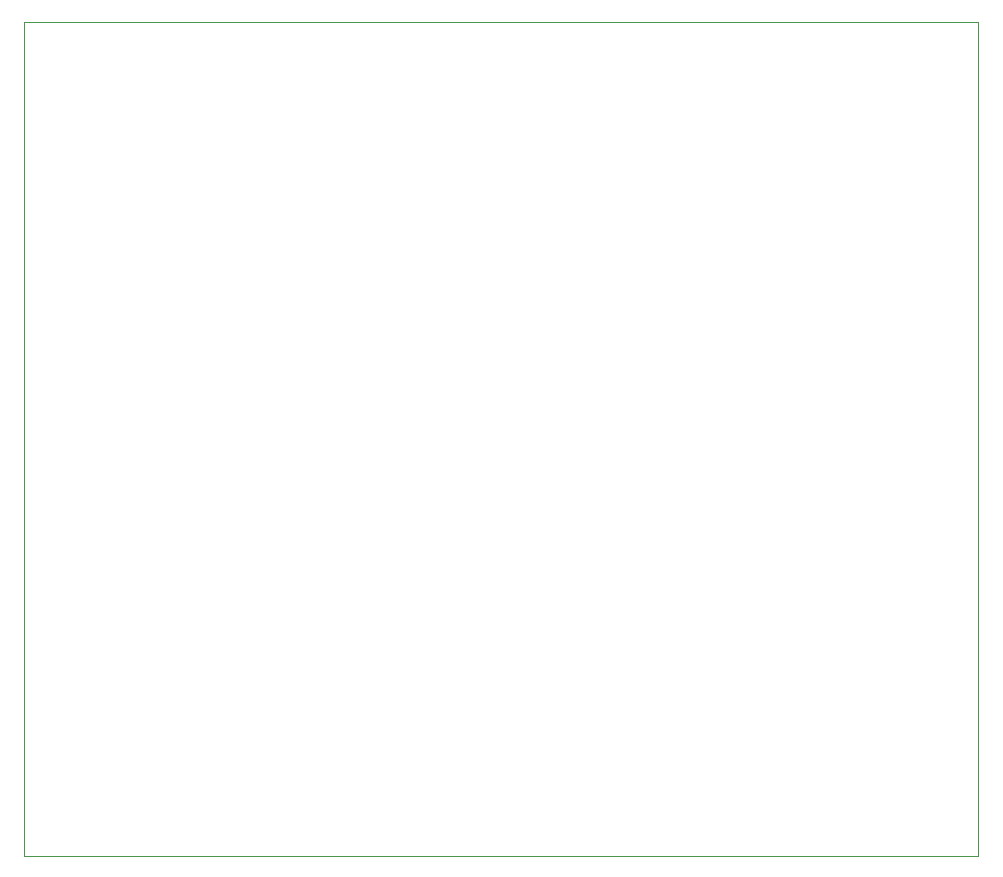
<source format=gbr>
%TF.GenerationSoftware,KiCad,Pcbnew,6.0.4-6f826c9f35~116~ubuntu20.04.1*%
%TF.CreationDate,2023-01-11T22:32:39+00:00*%
%TF.ProjectId,SOLARMINIBAT01A,534f4c41-524d-4494-9e49-424154303141,rev?*%
%TF.SameCoordinates,Original*%
%TF.FileFunction,Profile,NP*%
%FSLAX46Y46*%
G04 Gerber Fmt 4.6, Leading zero omitted, Abs format (unit mm)*
G04 Created by KiCad (PCBNEW 6.0.4-6f826c9f35~116~ubuntu20.04.1) date 2023-01-11 22:32:39*
%MOMM*%
%LPD*%
G01*
G04 APERTURE LIST*
%TA.AperFunction,Profile*%
%ADD10C,0.100000*%
%TD*%
G04 APERTURE END LIST*
D10*
X254000Y254000D02*
X81026000Y254000D01*
X81026000Y254000D02*
X81026000Y70866000D01*
X81026000Y70866000D02*
X254000Y70866000D01*
X254000Y70866000D02*
X254000Y254000D01*
M02*

</source>
